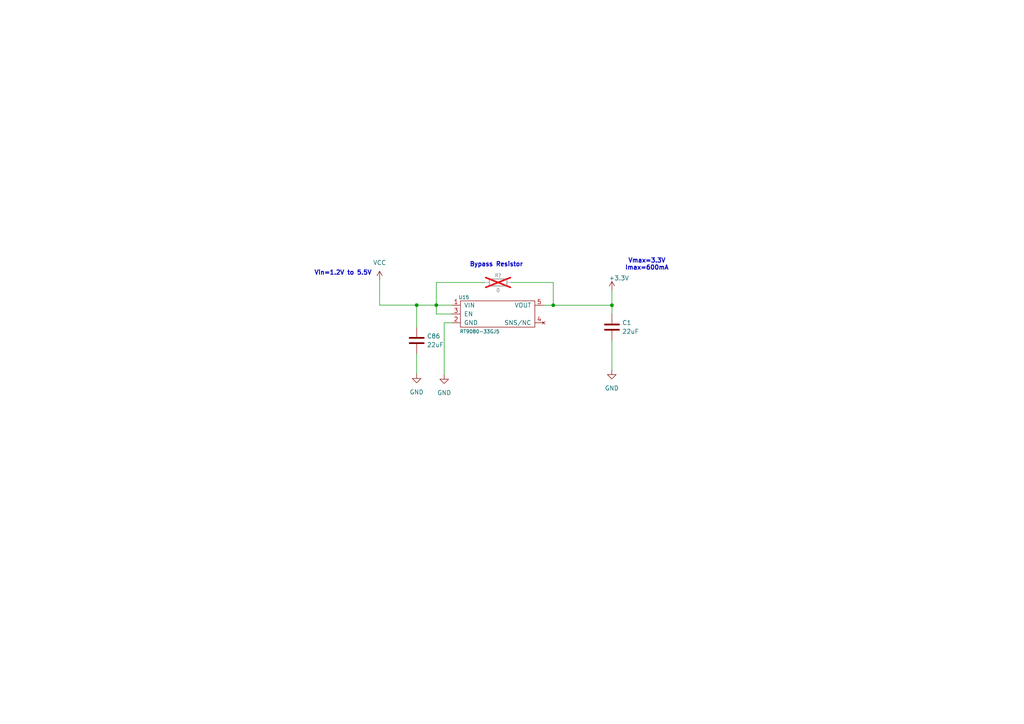
<source format=kicad_sch>
(kicad_sch (version 20231120) (generator "eeschema") (generator_version "8.0")
  (paper "A4")
  (title_block (title "PWX-Schematic_Repo") (date "2024-10-04") (rev "0") (company "Packetworx") (comment 1 "J.Javier"))
  (lib_symbols
    (symbol "Device:C" (pin_numbers hide) (pin_names (offset 0.254))
      (property "Reference" "C" (at 0.635 2.54 0))
      (property "Value" "C" (at 0.635 -2.54 0))
      (symbol "C_0_1"
        (polyline (pts (xy -2.032 -0.762) (xy 2.032 -0.762)) (stroke (width 0.508)))
        (polyline (pts (xy -2.032 0.762) (xy 2.032 0.762)) (stroke (width 0.508)))
      )
      (symbol "C_1_1"
        (pin passive line (at 0 3.81 270) (length 2.794) (name "~") (number "1"))
        (pin passive line (at 0 -3.81 90) (length 2.794) (name "~") (number "2"))
      )
    )
    (symbol "Device:R" (pin_numbers hide) (pin_names (offset 0))
      (property "Reference" "R" (at 2.032 0 90))
      (property "Value" "R" (at 0 0 90))
      (symbol "R_0_1"
        (rectangle (start -1.016 -2.54) (end 1.016 2.54) (stroke (width 0.254)))
      )
      (symbol "R_1_1"
        (pin passive line (at 0 3.81 270) (length 1.27) (name "~") (number "1"))
        (pin passive line (at 0 -3.81 90) (length 1.27) (name "~") (number "2"))
      )
    )
    (symbol "Packetworx_Symbols:RT9080" (pin_names (offset 1.016))
      (property "Reference" "U3" (at 1.016 1.016 0))
      (property "Value" "RT9080-33GJ5" (at 5.588 -8.89 0))
      (symbol "RT9080_0_1"
        (rectangle (start 21.59 -7.62) (end 0 0))
      )
      (symbol "RT9080_1_1"
        (pin bidirectional line (at -2.54 -1.27 0) (length 2.54) (name "VIN") (number "1"))
        (pin input line (at -2.54 -6.35 0) (length 2.54) (name "GND") (number "2"))
        (pin input line (at -2.54 -3.81 0) (length 2.54) (name "EN") (number "3"))
        (pin no_connect line (at 24.13 -6.35 180) (length 2.54) (name "SNS/NC") (number "4"))
        (pin power_out line (at 24.13 -1.27 180) (length 2.54) (name "VOUT") (number "5"))
      )
    )
    (symbol "power:+3.3V" (power) (pin_names (offset 0))
      (property "Value" "+3.3V" (at 0 3.556 0))
      (symbol "+3.3V_0_1"
        (polyline (pts (xy -0.762 1.27) (xy 0 2.54)))
        (polyline (pts (xy 0 0) (xy 0 2.54)))
        (polyline (pts (xy 0 2.54) (xy 0.762 1.27)))
      )
      (symbol "+3.3V_1_1"
        (pin power_in line (at 0 0 90) (length 0) hide (name "+3V3") (number "1"))
      )
    )
    (symbol "power:GND" (power) (pin_numbers hide) (pin_names (offset 0) hide)
      (property "Value" "GND" (at 0 -3.81 0))
      (symbol "GND_0_1"
        (polyline (pts (xy 0 0) (xy 0 -1.27) (xy 1.27 -1.27) (xy 0 -2.54) (xy -1.27 -1.27) (xy 0 -1.27)))
      )
      (symbol "GND_1_1"
        (pin power_in line (at 0 0 270) (length 0) (name "~") (number "1"))
      )
    )
    (symbol "power:VCC" (power) (pin_numbers hide) (pin_names (offset 0) hide)
      (property "Value" "VCC" (at 0 3.556 0))
      (symbol "VCC_0_1"
        (polyline (pts (xy -0.762 1.27) (xy 0 2.54)))
        (polyline (pts (xy 0 0) (xy 0 2.54)))
        (polyline (pts (xy 0 2.54) (xy 0.762 1.27)))
      )
      (symbol "VCC_1_1"
        (pin power_in line (at 0 0 90) (length 0) (name "~") (number "1"))
      )
    )
  )
  (junction (at 160.4677 88.5326))
  (junction (at 177.4857 88.5326))
  (junction (at 126.5437 88.5017))
  (junction (at 120.858 88.5017))
  (wire (pts (xy 177.4405 107.3689) (xy 177.4857 107.3689)))
  (wire (pts (xy 131.0037 91.0726) (xy 126.5437 91.0726)))
  (wire (pts (xy 120.8372 102.569) (xy 120.858 102.569)))
  (wire (pts (xy 160.4677 81.9286) (xy 160.4677 88.5326)))
  (wire (pts (xy 177.4857 88.5326) (xy 177.4857 91.0726)))
  (wire (pts (xy 131.0037 93.6126) (xy 128.8374 93.6126)))
  (wire (pts (xy 126.5437 88.5017) (xy 131.0037 88.5017)))
  (wire (pts (xy 177.4857 107.3689) (xy 177.4857 98.6926)))
  (wire (pts (xy 126.5437 81.9286) (xy 126.5437 88.5017)))
  (wire (pts (xy 148.2757 81.9286) (xy 160.4677 81.9286)))
  (wire (pts (xy 177.4857 84.2146) (xy 177.4857 88.5326)))
  (wire (pts (xy 126.5437 91.0726) (xy 126.5437 88.5017)))
  (wire (pts (xy 140.6557 81.9286) (xy 126.5437 81.9286)))
  (wire (pts (xy 120.8372 102.569) (xy 120.8372 108.5014)))
  (wire (pts (xy 110.1041 88.5017) (xy 120.858 88.5017)))
  (wire (pts (xy 128.8374 93.6126) (xy 128.8374 108.7035)))
  (wire (pts (xy 120.858 88.5017) (xy 126.5437 88.5017)))
  (wire (pts (xy 157.6737 88.5326) (xy 160.4677 88.5326)))
  (wire (pts (xy 110.1041 81.2173) (xy 110.1041 88.5017)))
  (wire (pts (xy 177.4857 88.5326) (xy 160.4677 88.5326)))
  (wire (pts (xy 131.0037 88.5017) (xy 131.0037 88.5326)))
  (wire (pts (xy 120.858 94.949) (xy 120.858 88.5017)))
  (text "Vin=1.2V to 5.5V" (at 99.4885 79.227 0) (effects (font (size 1.27 1.27) (thickness 0.254) (bold yes))))
  (text "Vmax=3.3V\nImax=600mA" (at 187.6266 76.7436 0) (effects (font (size 1.27 1.27) (thickness 0.254) (bold yes))))
  (text "Bypass Resistor" (at 143.9667 76.7917 0) (effects (font (size 1.27 1.27) (thickness 0.254) (bold yes))))
  (symbol (lib_id "power:GND") (at 177.4405 107.3689 0) (unit 1)
    (property "Reference" "#PWR03" (effects (hide yes)))
    (property "Value" "GND" (at 177.4405 112.5922 0))
    (property "Description" "Power symbol creates a global label with name \"GND\" , ground" (effects (hide yes)))
  )
  (symbol (lib_id "Device:R") (at 144.4657 81.9286 90) (mirror x) (unit 1) (dnp yes)
    (property "Reference" "R?" (at 144.4657 79.8966 90) (effects (font (size 1 1))))
    (property "Value" "0" (at 144.4657 84.2146 90) (effects (font (size 1 1))))
    (property "Footprint" "Resistor_SMD:R_0603_1608Metric_Pad0.98x0.95mm_HandSolder" (effects (hide yes)))
    (instances (project "PWX-Schematic Repo" (path "" (reference "R?") (unit 1))) (project "packetRFMS" (path "" (reference "R82") (unit 1))) (project "SNAP" (path "" (reference "R16") (unit 1))) (project "SNAP-Water-Level-Sensor" (path "" (reference "R16") (unit 1))))
  )
  (symbol (lib_id "Packetworx_Symbols:RT9080") (at 133.5437 87.2626 0) (unit 1)
    (property "Reference" "U15" (at 134.5597 86.2466 0) (effects (font (size 1 1))))
    (property "Value" "RT9080-33GJ5" (at 139.1317 96.1526 0) (effects (font (size 1 1))))
    (property "Footprint" "Package_TO_SOT_SMD:TSOT-23-5" (effects (hide yes)))
    (property "Datasheet" "https://www.richtek.com/SaveDownload.aspx?specid=RT9080" (effects (hide yes)))
    (property "Description" "IC REG LIN 3.3V 600MA TSOT23-5" (effects (hide yes)))
    (property "LCSC" "C841192" (effects (hide yes)))
    (property "Manufacturer Part Number" "RT9080-33GJ5" (effects (hide yes)))
    (instances (project "" (path "" (reference "U15") (unit 1))) (project "packetRFMS" (path "" (reference "U15") (unit 1))) (project "SNAP" (path "" (reference "U4") (unit 1))) (project "SNAP-Water-Level-Sensor" (path "" (reference "U5") (unit 1))))
  )
  (symbol (lib_id "power:+3.3V") (at 177.4857 84.2146 0) (unit 1)
    (property "Reference" "#PWR?" (effects (hide yes)))
    (property "Value" "+3.3V" (at 179.5177 80.6586 0))
    (instances (project "PWX-Schematic Repo" (path "" (reference "#PWR?") (unit 1))) (project "packetRFMS" (path "" (reference "#PWR0188") (unit 1))) (project "SNAP" (path "" (reference "#PWR028") (unit 1))) (project "SNAP-Water-Level-Sensor" (path "" (reference "#PWR045") (unit 1))))
  )
  (symbol (lib_id "power:GND") (at 128.8374 108.7035 0) (unit 1)
    (property "Reference" "#PWR02" (effects (hide yes)))
    (property "Value" "GND" (at 128.8374 113.9268 0))
    (property "Description" "Power symbol creates a global label with name \"GND\" , ground" (effects (hide yes)))
  )
  (symbol (lib_id "power:GND") (at 120.8372 108.5014 0) (unit 1)
    (property "Reference" "#PWR01" (effects (hide yes)))
    (property "Value" "GND" (at 120.8372 113.7247 0))
    (property "Description" "Power symbol creates a global label with name \"GND\" , ground" (effects (hide yes)))
  )
  (symbol (lib_id "Device:C") (at 120.858 98.759 180) (unit 1)
    (property "Reference" "C86" (at 123.8128 97.489 0) (effects (justify right)))
    (property "Value" "22uF" (at 123.8128 100.029 0) (effects (justify right)))
    (property "Footprint" "Capacitor_SMD:C_0603_1608Metric_Pad1.08x0.95mm_HandSolder" (effects (hide yes)))
    (property "Datasheet" "https://search.murata.co.jp/Ceramy/image/img/A01X/G101/ENG/GRM188R60J226MEA0-01.pdf" (effects (hide yes)))
    (property "Description" "CAP CER 22UF 6.3V X5R 0603" (effects (hide yes)))
    (property "LCSC" "C602037" (effects (hide yes)))
    (property "Manufacturer Part Number" "GRM188R60J226MEA0J" (effects (hide yes)))
    (instances (project "" (path "" (reference "C86") (unit 1))) (project "packetRFMS" (path "" (reference "C86") (unit 1))) (project "SNAP-Water-Level-Sensor" (path "" (reference "C21") (unit 1))))
  )
  (symbol (lib_id "Device:C") (at 177.4857 94.8826 180) (unit 1)
    (property "Reference" "C1" (at 180.4405 93.6126 0) (effects (justify right)))
    (property "Value" "22uF" (at 180.4405 96.1526 0) (effects (justify right)))
    (property "Footprint" "Capacitor_SMD:C_0603_1608Metric_Pad1.08x0.95mm_HandSolder" (effects (hide yes)))
    (property "Datasheet" "https://search.murata.co.jp/Ceramy/image/img/A01X/G101/ENG/GRM188R60J226MEA0-01.pdf" (effects (hide yes)))
    (property "Description" "CAP CER 22UF 6.3V X5R 0603" (effects (hide yes)))
    (property "LCSC" "C602037" (effects (hide yes)))
    (property "Manufacturer Part Number" "GRM188R60J226MEA0J" (effects (hide yes)))
  )
  (symbol (lib_id "power:VCC") (at 110.1041 81.2173 0) (unit 1)
    (property "Reference" "#PWR04" (effects (hide yes)))
    (property "Value" "VCC" (at 110.1041 76.2 0))
    (property "Description" "Power symbol creates a global label with name \"VCC\"" (effects (hide yes)))
  )
)
</source>
